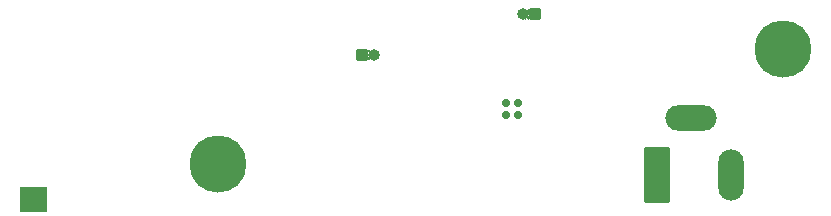
<source format=gbs>
%TF.GenerationSoftware,KiCad,Pcbnew,6.0.3-a3aad9c10e~116~ubuntu20.04.1*%
%TF.CreationDate,2022-03-23T21:19:16+01:00*%
%TF.ProjectId,Smart_Charger,536d6172-745f-4436-9861-726765722e6b,ED A0*%
%TF.SameCoordinates,Original*%
%TF.FileFunction,Soldermask,Bot*%
%TF.FilePolarity,Negative*%
%FSLAX46Y46*%
G04 Gerber Fmt 4.6, Leading zero omitted, Abs format (unit mm)*
G04 Created by KiCad (PCBNEW 6.0.3-a3aad9c10e~116~ubuntu20.04.1) date 2022-03-23 21:19:16*
%MOMM*%
%LPD*%
G01*
G04 APERTURE LIST*
G04 Aperture macros list*
%AMRoundRect*
0 Rectangle with rounded corners*
0 $1 Rounding radius*
0 $2 $3 $4 $5 $6 $7 $8 $9 X,Y pos of 4 corners*
0 Add a 4 corners polygon primitive as box body*
4,1,4,$2,$3,$4,$5,$6,$7,$8,$9,$2,$3,0*
0 Add four circle primitives for the rounded corners*
1,1,$1+$1,$2,$3*
1,1,$1+$1,$4,$5*
1,1,$1+$1,$6,$7*
1,1,$1+$1,$8,$9*
0 Add four rect primitives between the rounded corners*
20,1,$1+$1,$2,$3,$4,$5,0*
20,1,$1+$1,$4,$5,$6,$7,0*
20,1,$1+$1,$6,$7,$8,$9,0*
20,1,$1+$1,$8,$9,$2,$3,0*%
G04 Aperture macros list end*
%ADD10C,0.010000*%
%ADD11O,0.990000X0.990000*%
%ADD12RoundRect,0.070000X-0.425000X0.425000X-0.425000X-0.425000X0.425000X-0.425000X0.425000X0.425000X0*%
%ADD13O,4.340000X2.140000*%
%ADD14O,2.140000X4.340000*%
%ADD15RoundRect,0.070000X1.000000X-2.300000X1.000000X2.300000X-1.000000X2.300000X-1.000000X-2.300000X0*%
%ADD16C,4.840000*%
%ADD17RoundRect,0.070000X0.425000X-0.425000X0.425000X0.425000X-0.425000X0.425000X-0.425000X-0.425000X0*%
%ADD18C,0.740000*%
G04 APERTURE END LIST*
D10*
G36*
X113125000Y-91375000D02*
G01*
X110875000Y-91375000D01*
X110875000Y-89375000D01*
X113125000Y-89375000D01*
X113125000Y-91375000D01*
G37*
X113125000Y-91375000D02*
X110875000Y-91375000D01*
X110875000Y-89375000D01*
X113125000Y-89375000D01*
X113125000Y-91375000D01*
G36*
X113125000Y-91375000D02*
G01*
X110875000Y-91375000D01*
X110875000Y-89375000D01*
X113125000Y-89375000D01*
X113125000Y-91375000D01*
G37*
X113125000Y-91375000D02*
X110875000Y-91375000D01*
X110875000Y-89375000D01*
X113125000Y-89375000D01*
X113125000Y-91375000D01*
D11*
%TO.C,J201*%
X153450000Y-74750000D03*
D12*
X154450000Y-74750000D03*
%TD*%
D13*
%TO.C,J101*%
X167700000Y-83550000D03*
D14*
X171100000Y-88350000D03*
D15*
X164800000Y-88350000D03*
%TD*%
D16*
%TO.C,H302*%
X175450000Y-77650000D03*
%TD*%
%TO.C,H301*%
X127675000Y-87425000D03*
%TD*%
D11*
%TO.C,J302*%
X140847500Y-78157500D03*
D17*
X139847500Y-78157500D03*
%TD*%
D18*
%TO.C,U201*%
X153050000Y-82225000D03*
X152050000Y-83225000D03*
X153050000Y-83225000D03*
X152050000Y-82225000D03*
%TD*%
G36*
X140340304Y-77711986D02*
G01*
X140345692Y-77720049D01*
X140403469Y-77770719D01*
X140478571Y-77785658D01*
X140551278Y-77760976D01*
X140566229Y-77749535D01*
X140568573Y-77747491D01*
X140568971Y-77747221D01*
X140606241Y-77727984D01*
X140608238Y-77728078D01*
X140609156Y-77729855D01*
X140608225Y-77731452D01*
X140527992Y-77782076D01*
X140435463Y-77886844D01*
X140376061Y-78013366D01*
X140354557Y-78151478D01*
X140372681Y-78290071D01*
X140428974Y-78418009D01*
X140518913Y-78525005D01*
X140598475Y-78577966D01*
X140599363Y-78579758D01*
X140598255Y-78581423D01*
X140596413Y-78581389D01*
X140546241Y-78554147D01*
X140545725Y-78555097D01*
X140544020Y-78556142D01*
X140543050Y-78555920D01*
X140499672Y-78533530D01*
X140423182Y-78537136D01*
X140358579Y-78578609D01*
X140345060Y-78595895D01*
X140340304Y-78603013D01*
X140338510Y-78603898D01*
X140336847Y-78602787D01*
X140336679Y-78601512D01*
X140340500Y-78582301D01*
X140340500Y-77732699D01*
X140336679Y-77713487D01*
X140337322Y-77711593D01*
X140339284Y-77711203D01*
X140340304Y-77711986D01*
G37*
G36*
X153960653Y-74304715D02*
G01*
X153960821Y-74305990D01*
X153957000Y-74325199D01*
X153957000Y-75174801D01*
X153960821Y-75194010D01*
X153960178Y-75195904D01*
X153958216Y-75196294D01*
X153957196Y-75195511D01*
X153951500Y-75186988D01*
X153893723Y-75136318D01*
X153818621Y-75121379D01*
X153745910Y-75146061D01*
X153732134Y-75156489D01*
X153724623Y-75162904D01*
X153724223Y-75163170D01*
X153686310Y-75182239D01*
X153684313Y-75182124D01*
X153683414Y-75180337D01*
X153684365Y-75178748D01*
X153764898Y-75129300D01*
X153858699Y-75025670D01*
X153919643Y-74899881D01*
X153942854Y-74761917D01*
X153942998Y-74750131D01*
X153923165Y-74611638D01*
X153865311Y-74484396D01*
X153774072Y-74378508D01*
X153694175Y-74326721D01*
X153693266Y-74324940D01*
X153694353Y-74323262D01*
X153696199Y-74323275D01*
X153747438Y-74350405D01*
X153748465Y-74349760D01*
X153749437Y-74349972D01*
X153798954Y-74374877D01*
X153875400Y-74370471D01*
X153939571Y-74328322D01*
X153952053Y-74312186D01*
X153957196Y-74304489D01*
X153958990Y-74303604D01*
X153960653Y-74304715D01*
G37*
M02*

</source>
